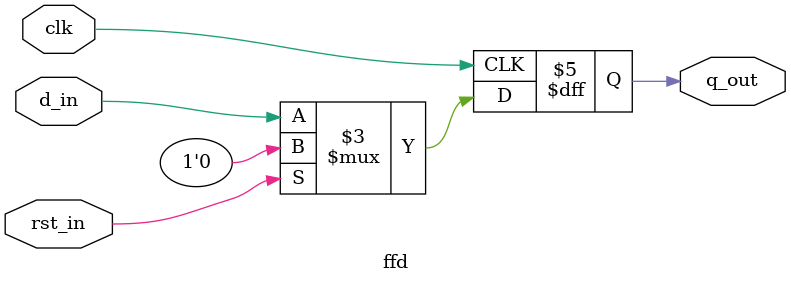
<source format=v>
module ffd (
    input wire d_in,
    input wire clk,
    input wire rst_in,
    output reg q_out
);

    always @(posedge clk) begin
        if (rst_in) begin
            q_out <= 0;
        end else begin
            q_out <= d_in;
        end
    end

endmodule

</source>
